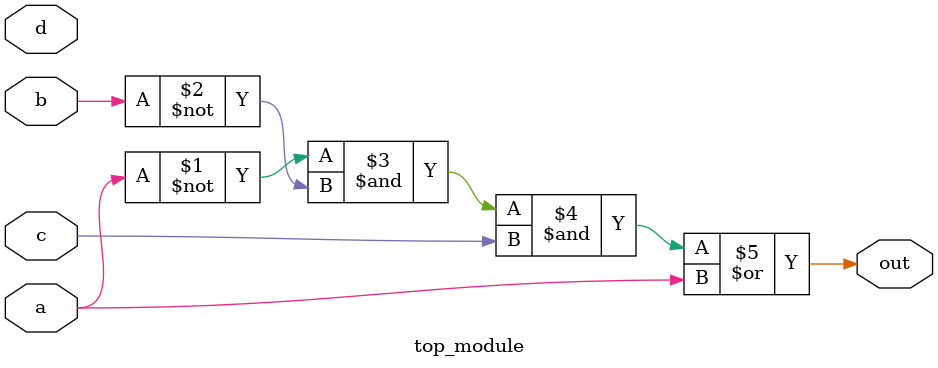
<source format=v>
module top_module(
    input a,
    input b,
    input c,
    input d,
    output out
); 

assign out = (~a & ~b & c) | a;

endmodule
</source>
